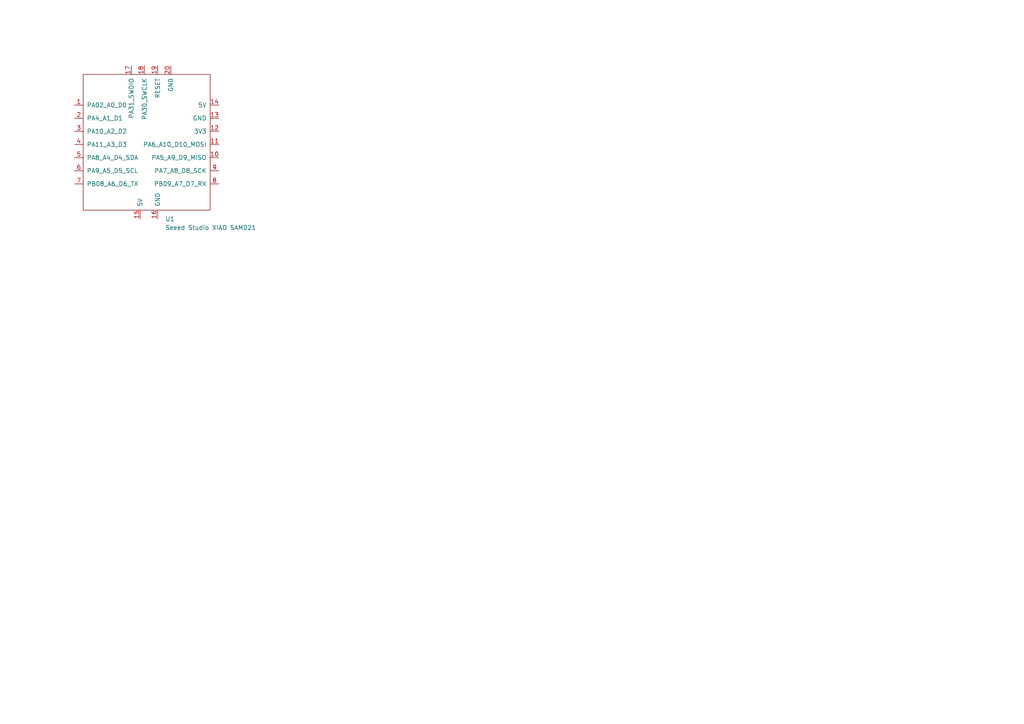
<source format=kicad_sch>
(kicad_sch (version 20231120) (generator "eeschema") (generator_version "8.0")
  (paper "A4")
  (lib_symbols
    (symbol "Seeed_Studio_XIAO_Series:Seeed Studio XIAO SAMD21" (pin_names (offset 1.016))
      (property "Reference" "U" (at -19.05 22.86 0))
      (property "Value" "Seeed Studio XIAO SAMD21" (at -12.7 21.59 0))
      (symbol "Seeed Studio XIAO SAMD21_0_1"
        (rectangle (start -19.05 20.32) (end 17.78 -19.05))
      )
      (symbol "Seeed Studio XIAO SAMD21_1_1"
        (pin unspecified line (at -21.59 11.43 0) (length 2.54) (name "PA02_A0_D0") (number "1"))
        (pin unspecified line (at 20.32 -3.81 180) (length 2.54) (name "PA5_A9_D9_MISO") (number "10"))
        (pin unspecified line (at 20.32 0 180) (length 2.54) (name "PA6_A10_D10_MOSI") (number "11"))
        (pin unspecified line (at 20.32 3.81 180) (length 2.54) (name "3V3") (number "12"))
        (pin unspecified line (at 20.32 7.62 180) (length 2.54) (name "GND") (number "13"))
        (pin unspecified line (at 20.32 11.43 180) (length 2.54) (name "5V") (number "14"))
        (pin input line (at -2.54 -21.59 90) (length 2.54) (name "5V") (number "15"))
        (pin input line (at 2.54 -21.59 90) (length 2.54) (name "GND") (number "16"))
        (pin input line (at -5.08 22.86 270) (length 2.54) (name "PA31_SWDIO") (number "17"))
        (pin input line (at -1.27 22.86 270) (length 2.54) (name "PA30_SWCLK") (number "18"))
        (pin input line (at 2.54 22.86 270) (length 2.54) (name "RESET") (number "19"))
        (pin unspecified line (at -21.59 7.62 0) (length 2.54) (name "PA4_A1_D1") (number "2"))
        (pin input line (at 6.35 22.86 270) (length 2.54) (name "GND") (number "20"))
        (pin unspecified line (at -21.59 3.81 0) (length 2.54) (name "PA10_A2_D2") (number "3"))
        (pin unspecified line (at -21.59 0 0) (length 2.54) (name "PA11_A3_D3") (number "4"))
        (pin unspecified line (at -21.59 -3.81 0) (length 2.54) (name "PA8_A4_D4_SDA") (number "5"))
        (pin unspecified line (at -21.59 -7.62 0) (length 2.54) (name "PA9_A5_D5_SCL") (number "6"))
        (pin unspecified line (at -21.59 -11.43 0) (length 2.54) (name "PB08_A6_D6_TX") (number "7"))
        (pin unspecified line (at 20.32 -11.43 180) (length 2.54) (name "PB09_A7_D7_RX") (number "8"))
        (pin unspecified line (at 20.32 -7.62 180) (length 2.54) (name "PA7_A8_D8_SCK") (number "9"))
      )
    )
  )
  (symbol (lib_id "Seeed_Studio_XIAO_Series:Seeed Studio XIAO SAMD21") (at 43.18 41.91 0) (unit 1)
    (property "Reference" "U1" (at 47.9141 63.5 0) (effects (justify left)))
    (property "Value" "Seeed Studio XIAO SAMD21" (at 47.9141 66.04 0) (effects (justify left)))
  )
)
</source>
